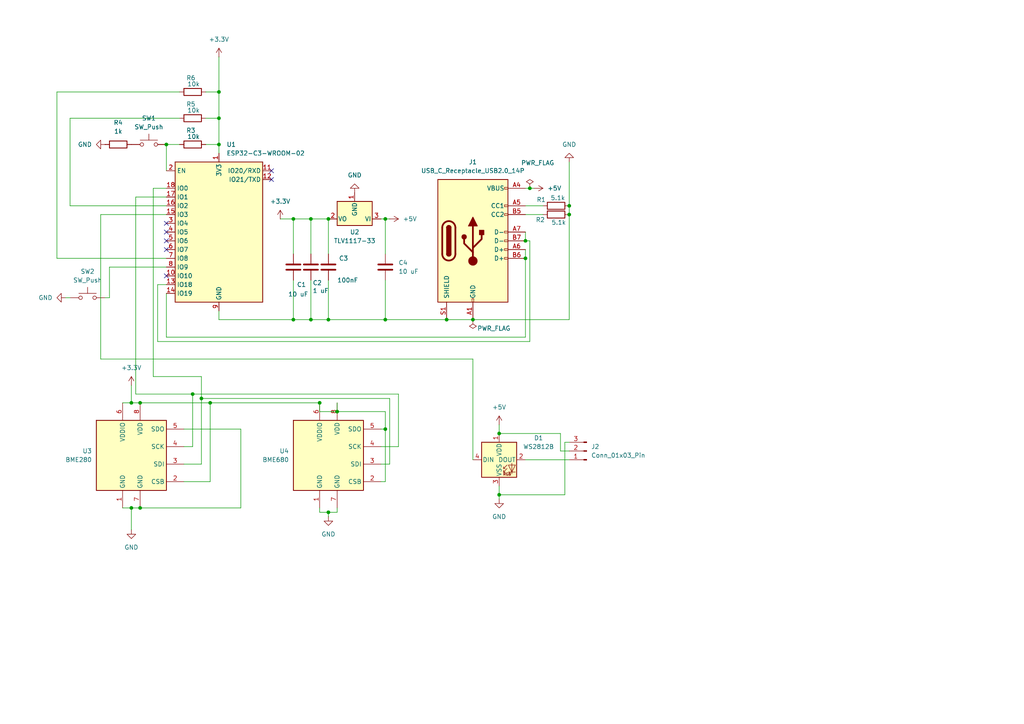
<source format=kicad_sch>
(kicad_sch (version 20231120) (generator "eeschema") (generator_version "8.0")
  (paper "A4")
  (lib_symbols
    (symbol "Connector:Conn_01x03_Pin" (pin_names (offset 1.016) hide)
      (property "Reference" "J" (at 0 5.08 0))
      (property "Value" "Conn_01x03_Pin" (at 0 -5.08 0))
      (symbol "Conn_01x03_Pin_1_1"
        (polyline (pts (xy 1.27 -2.54) (xy 0.8636 -2.54)) (stroke (width 0.1524)))
        (polyline (pts (xy 1.27 0) (xy 0.8636 0)) (stroke (width 0.1524)))
        (polyline (pts (xy 1.27 2.54) (xy 0.8636 2.54)) (stroke (width 0.1524)))
        (rectangle (start 0.8636 -2.413) (end 0 -2.667) (stroke (width 0.1524)) (fill (type outline)))
        (rectangle (start 0.8636 0.127) (end 0 -0.127) (stroke (width 0.1524)) (fill (type outline)))
        (rectangle (start 0.8636 2.667) (end 0 2.413) (stroke (width 0.1524)) (fill (type outline)))
        (pin passive line (at 5.08 2.54 180) (length 3.81) (name "Pin_1") (number "1"))
        (pin passive line (at 5.08 0 180) (length 3.81) (name "Pin_2") (number "2"))
        (pin passive line (at 5.08 -2.54 180) (length 3.81) (name "Pin_3") (number "3"))
      )
    )
    (symbol "Connector:USB_C_Receptacle_USB2.0_14P" (pin_names (offset 1.016))
      (property "Reference" "J" (at 0 22.225 0))
      (property "Value" "USB_C_Receptacle_USB2.0_14P" (at 0 19.685 0))
      (symbol "USB_C_Receptacle_USB2.0_14P_0_0"
        (rectangle (start -0.254 -17.78) (end 0.254 -16.764))
        (rectangle (start 10.16 -4.826) (end 9.144 -5.334))
        (rectangle (start 10.16 -2.286) (end 9.144 -2.794))
        (rectangle (start 10.16 0.254) (end 9.144 -0.254))
        (rectangle (start 10.16 2.794) (end 9.144 2.286))
        (rectangle (start 10.16 7.874) (end 9.144 7.366))
        (rectangle (start 10.16 10.414) (end 9.144 9.906))
        (rectangle (start 10.16 15.494) (end 9.144 14.986))
      )
      (symbol "USB_C_Receptacle_USB2.0_14P_0_1"
        (rectangle (start -10.16 17.78) (end 10.16 -17.78) (stroke (width 0.254)) (fill (type background)))
        (arc (start -8.89 -3.81) (mid -6.985 -5.7067) (end -5.08 -3.81) (stroke (width 0.508)))
        (arc (start -7.62 -3.81) (mid -6.985 -4.4423) (end -6.35 -3.81) (stroke (width 0.254)))
        (arc (start -7.62 -3.81) (mid -6.985 -4.4423) (end -6.35 -3.81) (stroke (width 0.254)) (fill (type outline)))
        (rectangle (start -7.62 -3.81) (end -6.35 3.81) (stroke (width 0.254)) (fill (type outline)))
        (arc (start -6.35 3.81) (mid -6.985 4.4423) (end -7.62 3.81) (stroke (width 0.254)))
        (arc (start -6.35 3.81) (mid -6.985 4.4423) (end -7.62 3.81) (stroke (width 0.254)) (fill (type outline)))
        (arc (start -5.08 3.81) (mid -6.985 5.7067) (end -8.89 3.81) (stroke (width 0.508)))
        (circle (center -2.54 1.143) (radius 0.635) (stroke (width 0.254)) (fill (type outline)))
        (circle (center 0 -5.842) (radius 1.27) (fill (type outline)))
        (polyline (pts (xy -8.89 -3.81) (xy -8.89 3.81)) (stroke (width 0.508)))
        (polyline (pts (xy -5.08 3.81) (xy -5.08 -3.81)) (stroke (width 0.508)))
        (polyline (pts (xy 0 -5.842) (xy 0 4.318)) (stroke (width 0.508)))
        (polyline (pts (xy 0 -3.302) (xy -2.54 -0.762) (xy -2.54 0.508)) (stroke (width 0.508)))
        (polyline (pts (xy 0 -2.032) (xy 2.54 0.508) (xy 2.54 1.778)) (stroke (width 0.508)))
        (polyline (pts (xy -1.27 4.318) (xy 0 6.858) (xy 1.27 4.318) (xy -1.27 4.318)) (stroke (width 0.254)) (fill (type outline)))
        (rectangle (start 1.905 1.778) (end 3.175 3.048) (stroke (width 0.254)) (fill (type outline)))
      )
      (symbol "USB_C_Receptacle_USB2.0_14P_1_1"
        (pin passive line (at 0 -22.86 90) (length 5.08) (name "GND") (number "A1"))
        (pin passive line (at 0 -22.86 90) (length 5.08) hide (name "GND") (number "A12"))
        (pin passive line (at 15.24 15.24 180) (length 5.08) (name "VBUS") (number "A4"))
        (pin bidirectional line (at 15.24 10.16 180) (length 5.08) (name "CC1") (number "A5"))
        (pin bidirectional line (at 15.24 -2.54 180) (length 5.08) (name "D+") (number "A6"))
        (pin bidirectional line (at 15.24 2.54 180) (length 5.08) (name "D-") (number "A7"))
        (pin passive line (at 15.24 15.24 180) (length 5.08) hide (name "VBUS") (number "A9"))
        (pin passive line (at 0 -22.86 90) (length 5.08) hide (name "GND") (number "B1"))
        (pin passive line (at 0 -22.86 90) (length 5.08) hide (name "GND") (number "B12"))
        (pin passive line (at 15.24 15.24 180) (length 5.08) hide (name "VBUS") (number "B4"))
        (pin bidirectional line (at 15.24 7.62 180) (length 5.08) (name "CC2") (number "B5"))
        (pin bidirectional line (at 15.24 -5.08 180) (length 5.08) (name "D+") (number "B6"))
        (pin bidirectional line (at 15.24 0 180) (length 5.08) (name "D-") (number "B7"))
        (pin passive line (at 15.24 15.24 180) (length 5.08) hide (name "VBUS") (number "B9"))
        (pin passive line (at -7.62 -22.86 90) (length 5.08) (name "SHIELD") (number "S1"))
      )
    )
    (symbol "Device:C" (pin_numbers hide) (pin_names (offset 0.254))
      (property "Reference" "C" (at 0.635 2.54 0))
      (property "Value" "C" (at 0.635 -2.54 0))
      (symbol "C_0_1"
        (polyline (pts (xy -2.032 -0.762) (xy 2.032 -0.762)) (stroke (width 0.508)))
        (polyline (pts (xy -2.032 0.762) (xy 2.032 0.762)) (stroke (width 0.508)))
      )
      (symbol "C_1_1"
        (pin passive line (at 0 3.81 270) (length 2.794) (name "~") (number "1"))
        (pin passive line (at 0 -3.81 90) (length 2.794) (name "~") (number "2"))
      )
    )
    (symbol "Device:R" (pin_numbers hide) (pin_names (offset 0))
      (property "Reference" "R" (at 2.032 0 90))
      (property "Value" "R" (at 0 0 90))
      (symbol "R_0_1"
        (rectangle (start -1.016 -2.54) (end 1.016 2.54) (stroke (width 0.254)))
      )
      (symbol "R_1_1"
        (pin passive line (at 0 3.81 270) (length 1.27) (name "~") (number "1"))
        (pin passive line (at 0 -3.81 90) (length 1.27) (name "~") (number "2"))
      )
    )
    (symbol "LED:WS2812B" (pin_names (offset 0.254))
      (property "Reference" "D" (at 5.08 5.715 0))
      (property "Value" "WS2812B" (at 1.27 -5.715 0))
      (symbol "WS2812B_0_0"
        (text "RGB" (at 2.286 -4.191 0) (effects (font (size 0.762 0.762))))
      )
      (symbol "WS2812B_0_1"
        (polyline (pts (xy 1.27 -3.556) (xy 1.778 -3.556)))
        (polyline (pts (xy 1.27 -2.54) (xy 1.778 -2.54)))
        (polyline (pts (xy 4.699 -3.556) (xy 2.667 -3.556)))
        (polyline (pts (xy 2.286 -2.54) (xy 1.27 -3.556) (xy 1.27 -3.048)))
        (polyline (pts (xy 2.286 -1.524) (xy 1.27 -2.54) (xy 1.27 -2.032)))
        (polyline (pts (xy 3.683 -1.016) (xy 3.683 -3.556) (xy 3.683 -4.064)))
        (polyline (pts (xy 4.699 -1.524) (xy 2.667 -1.524) (xy 3.683 -3.556) (xy 4.699 -1.524)))
        (rectangle (start 5.08 5.08) (end -5.08 -5.08) (stroke (width 0.254)) (fill (type background)))
      )
      (symbol "WS2812B_1_1"
        (pin power_in line (at 0 7.62 270) (length 2.54) (name "VDD") (number "1"))
        (pin output line (at 7.62 0 180) (length 2.54) (name "DOUT") (number "2"))
        (pin power_in line (at 0 -7.62 90) (length 2.54) (name "VSS") (number "3"))
        (pin input line (at -7.62 0 0) (length 2.54) (name "DIN") (number "4"))
      )
    )
    (symbol "RF_Module:ESP32-C3-WROOM-02"
      (property "Reference" "U" (at -12.192 21.336 0))
      (property "Value" "ESP32-C3-WROOM-02" (at 12.192 21.336 0))
      (symbol "ESP32-C3-WROOM-02_1_1"
        (rectangle (start -12.7 20.32) (end 12.7 -20.32) (stroke (width 0.254)) (fill (type background)))
        (pin power_in line (at 0 22.86 270) (length 2.54) (name "3V3") (number "1"))
        (pin bidirectional line (at -15.24 -12.7 0) (length 2.54) (name "IO10") (number "10"))
        (pin bidirectional line (at 15.24 17.78 180) (length 2.54) (name "IO20/RXD") (number "11"))
        (pin bidirectional line (at 15.24 15.24 180) (length 2.54) (name "IO21/TXD") (number "12"))
        (pin bidirectional line (at -15.24 -15.24 0) (length 2.54) (name "IO18") (number "13"))
        (pin bidirectional line (at -15.24 -17.78 0) (length 2.54) (name "IO19") (number "14"))
        (pin bidirectional line (at -15.24 5.08 0) (length 2.54) (name "IO3") (number "15"))
        (pin bidirectional line (at -15.24 7.62 0) (length 2.54) (name "IO2") (number "16"))
        (pin bidirectional line (at -15.24 10.16 0) (length 2.54) (name "IO1") (number "17"))
        (pin bidirectional line (at -15.24 12.7 0) (length 2.54) (name "IO0") (number "18"))
        (pin passive line (at 0 -22.86 90) (length 2.54) hide (name "GND") (number "19"))
        (pin input line (at -15.24 17.78 0) (length 2.54) (name "EN") (number "2"))
        (pin bidirectional line (at -15.24 2.54 0) (length 2.54) (name "IO4") (number "3"))
        (pin bidirectional line (at -15.24 0 0) (length 2.54) (name "IO5") (number "4"))
        (pin bidirectional line (at -15.24 -2.54 0) (length 2.54) (name "IO6") (number "5"))
        (pin bidirectional line (at -15.24 -5.08 0) (length 2.54) (name "IO7") (number "6"))
        (pin bidirectional line (at -15.24 -7.62 0) (length 2.54) (name "IO8") (number "7"))
        (pin bidirectional line (at -15.24 -10.16 0) (length 2.54) (name "IO9") (number "8"))
        (pin power_in line (at 0 -22.86 90) (length 2.54) (name "GND") (number "9"))
      )
    )
    (symbol "Regulator_Linear:TLV1117-33" (pin_names (offset 0.254))
      (property "Reference" "U" (at -3.81 3.175 0))
      (property "Value" "TLV1117-33" (at 0 3.175 0))
      (symbol "TLV1117-33_0_1"
        (rectangle (start -5.08 -5.08) (end 5.08 1.905) (stroke (width 0.254)) (fill (type background)))
      )
      (symbol "TLV1117-33_1_1"
        (pin power_in line (at 0 -7.62 90) (length 2.54) (name "GND") (number "1"))
        (pin power_out line (at 7.62 0 180) (length 2.54) (name "VO") (number "2"))
        (pin power_in line (at -7.62 0 0) (length 2.54) (name "VI") (number "3"))
      )
    )
    (symbol "Sensor:BME280"
      (property "Reference" "U" (at -8.89 11.43 0))
      (property "Value" "BME280" (at 7.62 11.43 0))
      (symbol "BME280_0_1"
        (rectangle (start -10.16 10.16) (end 10.16 -10.16) (stroke (width 0.254)) (fill (type background)))
      )
      (symbol "BME280_1_1"
        (pin power_in line (at -2.54 -15.24 90) (length 5.08) (name "GND") (number "1"))
        (pin input line (at 15.24 -7.62 180) (length 5.08) (name "CSB") (number "2"))
        (pin bidirectional line (at 15.24 -2.54 180) (length 5.08) (name "SDI") (number "3"))
        (pin input line (at 15.24 2.54 180) (length 5.08) (name "SCK") (number "4"))
        (pin bidirectional line (at 15.24 7.62 180) (length 5.08) (name "SDO") (number "5"))
        (pin power_in line (at -2.54 15.24 270) (length 5.08) (name "VDDIO") (number "6"))
        (pin power_in line (at 2.54 -15.24 90) (length 5.08) (name "GND") (number "7"))
        (pin power_in line (at 2.54 15.24 270) (length 5.08) (name "VDD") (number "8"))
      )
    )
    (symbol "Sensor:BME680"
      (property "Reference" "U" (at -8.89 11.43 0))
      (property "Value" "BME680" (at 7.62 11.43 0))
      (symbol "BME680_0_1"
        (rectangle (start -10.16 10.16) (end 10.16 -10.16) (stroke (width 0.254)) (fill (type background)))
      )
      (symbol "BME680_1_1"
        (pin power_in line (at -2.54 -15.24 90) (length 5.08) (name "GND") (number "1"))
        (pin input line (at 15.24 -7.62 180) (length 5.08) (name "CSB") (number "2"))
        (pin bidirectional line (at 15.24 -2.54 180) (length 5.08) (name "SDI") (number "3"))
        (pin input line (at 15.24 2.54 180) (length 5.08) (name "SCK") (number "4"))
        (pin bidirectional line (at 15.24 7.62 180) (length 5.08) (name "SDO") (number "5"))
        (pin power_in line (at -2.54 15.24 270) (length 5.08) (name "VDDIO") (number "6"))
        (pin power_in line (at 2.54 -15.24 90) (length 5.08) (name "GND") (number "7"))
        (pin power_in line (at 2.54 15.24 270) (length 5.08) (name "VDD") (number "8"))
      )
    )
    (symbol "Switch:SW_Push" (pin_numbers hide) (pin_names (offset 1.016) hide)
      (property "Reference" "SW" (at 1.27 2.54 0))
      (property "Value" "SW_Push" (at 0 -1.524 0))
      (symbol "SW_Push_0_1"
        (circle (center -2.032 0) (radius 0.508))
        (polyline (pts (xy 0 1.27) (xy 0 3.048)))
        (polyline (pts (xy 2.54 1.27) (xy -2.54 1.27)))
        (circle (center 2.032 0) (radius 0.508))
        (pin passive line (at -5.08 0 0) (length 2.54) (name "1") (number "1"))
        (pin passive line (at 5.08 0 180) (length 2.54) (name "2") (number "2"))
      )
    )
    (symbol "power:+3.3V" (power) (pin_numbers hide) (pin_names (offset 0) hide)
      (property "Value" "+3.3V" (at 0 3.556 0))
      (symbol "+3.3V_0_1"
        (polyline (pts (xy -0.762 1.27) (xy 0 2.54)))
        (polyline (pts (xy 0 0) (xy 0 2.54)))
        (polyline (pts (xy 0 2.54) (xy 0.762 1.27)))
      )
      (symbol "+3.3V_1_1"
        (pin power_in line (at 0 0 90) (length 0) (name "~") (number "1"))
      )
    )
    (symbol "power:+5V" (power) (pin_numbers hide) (pin_names (offset 0) hide)
      (property "Value" "+5V" (at 0 3.556 0))
      (symbol "+5V_0_1"
        (polyline (pts (xy -0.762 1.27) (xy 0 2.54)))
        (polyline (pts (xy 0 0) (xy 0 2.54)))
        (polyline (pts (xy 0 2.54) (xy 0.762 1.27)))
      )
      (symbol "+5V_1_1"
        (pin power_in line (at 0 0 90) (length 0) (name "~") (number "1"))
      )
    )
    (symbol "power:GND" (power) (pin_numbers hide) (pin_names (offset 0) hide)
      (property "Value" "GND" (at 0 -3.81 0))
      (symbol "GND_0_1"
        (polyline (pts (xy 0 0) (xy 0 -1.27) (xy 1.27 -1.27) (xy 0 -2.54) (xy -1.27 -1.27) (xy 0 -1.27)))
      )
      (symbol "GND_1_1"
        (pin power_in line (at 0 0 270) (length 0) (name "~") (number "1"))
      )
    )
    (symbol "power:PWR_FLAG" (power) (pin_numbers hide) (pin_names (offset 0) hide)
      (property "Value" "PWR_FLAG" (at 0 3.81 0))
      (symbol "PWR_FLAG_0_0"
        (pin power_out line (at 0 0 90) (length 0) (name "~") (number "1"))
      )
      (symbol "PWR_FLAG_0_1"
        (polyline (pts (xy 0 0) (xy 0 1.27) (xy -1.016 1.905) (xy 0 2.54) (xy 1.016 1.905) (xy 0 1.27)))
      )
    )
  )
  (junction (at 85.09 92.71))
  (junction (at 63.5 41.91))
  (junction (at 144.78 125.73))
  (junction (at 111.76 124.46))
  (junction (at 95.25 148.59))
  (junction (at 111.76 63.5))
  (junction (at 152.4 69.85))
  (junction (at 92.71 116.84))
  (junction (at 90.17 92.71))
  (junction (at 55.88 114.3))
  (junction (at 63.5 34.29))
  (junction (at 111.76 92.71))
  (junction (at 165.1 62.23))
  (junction (at 90.17 63.5))
  (junction (at 58.42 115.57))
  (junction (at 95.25 92.71))
  (junction (at 97.79 119.38))
  (junction (at 152.4 74.93))
  (junction (at 144.78 143.51))
  (junction (at 129.54 92.71))
  (junction (at 153.67 54.61))
  (junction (at 40.64 116.84))
  (junction (at 40.64 147.32))
  (junction (at 95.25 63.5))
  (junction (at 38.1 116.84))
  (junction (at 38.1 147.32))
  (junction (at 48.26 41.91))
  (junction (at 165.1 59.69))
  (junction (at 137.16 92.71))
  (junction (at 63.5 26.67))
  (junction (at 85.09 63.5))
  (junction (at 60.96 116.84))
  (no_connect (at 48.26 72.39))
  (no_connect (at 48.26 64.77))
  (no_connect (at 48.26 69.85))
  (no_connect (at 48.26 80.01))
  (no_connect (at 78.74 49.53))
  (no_connect (at 78.74 52.07))
  (no_connect (at 48.26 67.31))
  (wire (pts (xy 111.76 92.71) (xy 129.54 92.71)))
  (wire (pts (xy 38.1 111.76) (xy 38.1 116.84)))
  (wire (pts (xy 59.69 34.29) (xy 63.5 34.29)))
  (wire (pts (xy 137.16 104.14) (xy 137.16 133.35)))
  (wire (pts (xy 97.79 147.32) (xy 97.79 148.59)))
  (wire (pts (xy 95.25 148.59) (xy 95.25 149.86)))
  (wire (pts (xy 29.21 104.14) (xy 137.16 104.14)))
  (wire (pts (xy 85.09 63.5) (xy 85.09 73.66)))
  (wire (pts (xy 113.03 115.57) (xy 113.03 134.62)))
  (wire (pts (xy 137.16 92.71) (xy 165.1 92.71)))
  (wire (pts (xy 58.42 115.57) (xy 113.03 115.57)))
  (wire (pts (xy 60.96 116.84) (xy 92.71 116.84)))
  (wire (pts (xy 152.4 67.31) (xy 152.4 69.85)))
  (wire (pts (xy 85.09 92.71) (xy 90.17 92.71)))
  (wire (pts (xy 90.17 63.5) (xy 95.25 63.5)))
  (wire (pts (xy 92.71 147.32) (xy 92.71 148.59)))
  (wire (pts (xy 111.76 81.28) (xy 111.76 92.71)))
  (wire (pts (xy 52.07 41.91) (xy 48.26 41.91)))
  (wire (pts (xy 31.75 86.36) (xy 31.75 77.47)))
  (wire (pts (xy 97.79 116.84) (xy 97.79 119.38)))
  (wire (pts (xy 92.71 148.59) (xy 95.25 148.59)))
  (wire (pts (xy 144.78 123.19) (xy 144.78 125.73)))
  (wire (pts (xy 153.67 54.61) (xy 152.4 54.61)))
  (wire (pts (xy 31.75 77.47) (xy 48.26 77.47)))
  (wire (pts (xy 95.25 81.28) (xy 95.25 92.71)))
  (wire (pts (xy 59.69 26.67) (xy 63.5 26.67)))
  (wire (pts (xy 16.51 26.67) (xy 16.51 74.93)))
  (wire (pts (xy 69.85 124.46) (xy 69.85 147.32)))
  (wire (pts (xy 38.1 147.32) (xy 40.64 147.32)))
  (wire (pts (xy 165.1 59.69) (xy 165.1 62.23)))
  (wire (pts (xy 85.09 63.5) (xy 90.17 63.5)))
  (wire (pts (xy 16.51 74.93) (xy 48.26 74.93)))
  (wire (pts (xy 69.85 147.32) (xy 40.64 147.32)))
  (wire (pts (xy 115.57 129.54) (xy 115.57 114.3)))
  (wire (pts (xy 58.42 109.22) (xy 58.42 115.57)))
  (wire (pts (xy 95.25 148.59) (xy 97.79 148.59)))
  (wire (pts (xy 38.1 153.67) (xy 38.1 147.32)))
  (wire (pts (xy 48.26 97.79) (xy 48.26 85.09)))
  (wire (pts (xy 152.4 62.23) (xy 157.48 62.23)))
  (wire (pts (xy 154.94 54.61) (xy 153.67 54.61)))
  (wire (pts (xy 63.5 41.91) (xy 63.5 44.45)))
  (wire (pts (xy 55.88 129.54) (xy 53.34 129.54)))
  (wire (pts (xy 39.37 114.3) (xy 55.88 114.3)))
  (wire (pts (xy 111.76 119.38) (xy 97.79 119.38)))
  (wire (pts (xy 90.17 63.5) (xy 90.17 73.66)))
  (wire (pts (xy 110.49 139.7) (xy 111.76 139.7)))
  (wire (pts (xy 52.07 26.67) (xy 16.51 26.67)))
  (wire (pts (xy 129.54 92.71) (xy 137.16 92.71)))
  (wire (pts (xy 48.26 82.55) (xy 45.72 82.55)))
  (wire (pts (xy 152.4 74.93) (xy 152.4 97.79)))
  (wire (pts (xy 110.49 134.62) (xy 113.03 134.62)))
  (wire (pts (xy 111.76 63.5) (xy 111.76 73.66)))
  (wire (pts (xy 20.32 59.69) (xy 48.26 59.69)))
  (wire (pts (xy 163.83 143.51) (xy 163.83 128.27)))
  (wire (pts (xy 53.34 124.46) (xy 69.85 124.46)))
  (wire (pts (xy 92.71 116.84) (xy 92.71 119.38)))
  (wire (pts (xy 30.48 86.36) (xy 31.75 86.36)))
  (wire (pts (xy 58.42 134.62) (xy 53.34 134.62)))
  (wire (pts (xy 29.21 62.23) (xy 29.21 104.14)))
  (wire (pts (xy 60.96 116.84) (xy 40.64 116.84)))
  (wire (pts (xy 95.25 73.66) (xy 95.25 63.5)))
  (wire (pts (xy 19.05 86.36) (xy 20.32 86.36)))
  (wire (pts (xy 110.49 63.5) (xy 111.76 63.5)))
  (wire (pts (xy 63.5 90.17) (xy 63.5 92.71)))
  (wire (pts (xy 35.56 147.32) (xy 38.1 147.32)))
  (wire (pts (xy 45.72 82.55) (xy 45.72 99.06)))
  (wire (pts (xy 55.88 114.3) (xy 115.57 114.3)))
  (wire (pts (xy 63.5 34.29) (xy 63.5 41.91)))
  (wire (pts (xy 153.67 69.85) (xy 152.4 69.85)))
  (wire (pts (xy 165.1 46.99) (xy 165.1 59.69)))
  (wire (pts (xy 81.28 63.5) (xy 85.09 63.5)))
  (wire (pts (xy 110.49 124.46) (xy 111.76 124.46)))
  (wire (pts (xy 63.5 92.71) (xy 85.09 92.71)))
  (wire (pts (xy 111.76 139.7) (xy 111.76 124.46)))
  (wire (pts (xy 152.4 97.79) (xy 48.26 97.79)))
  (wire (pts (xy 153.67 99.06) (xy 153.67 69.85)))
  (wire (pts (xy 63.5 16.51) (xy 63.5 26.67)))
  (wire (pts (xy 63.5 26.67) (xy 63.5 34.29)))
  (wire (pts (xy 95.25 92.71) (xy 111.76 92.71)))
  (wire (pts (xy 162.56 130.81) (xy 165.1 130.81)))
  (wire (pts (xy 85.09 81.28) (xy 85.09 92.71)))
  (wire (pts (xy 48.26 57.15) (xy 39.37 57.15)))
  (wire (pts (xy 110.49 129.54) (xy 115.57 129.54)))
  (wire (pts (xy 44.45 54.61) (xy 44.45 109.22)))
  (wire (pts (xy 48.26 41.91) (xy 48.26 49.53)))
  (wire (pts (xy 163.83 128.27) (xy 165.1 128.27)))
  (wire (pts (xy 152.4 72.39) (xy 152.4 74.93)))
  (wire (pts (xy 144.78 125.73) (xy 162.56 125.73)))
  (wire (pts (xy 90.17 81.28) (xy 90.17 92.71)))
  (wire (pts (xy 44.45 109.22) (xy 58.42 109.22)))
  (wire (pts (xy 97.79 119.38) (xy 92.71 119.38)))
  (wire (pts (xy 144.78 144.78) (xy 144.78 143.51)))
  (wire (pts (xy 39.37 57.15) (xy 39.37 114.3)))
  (wire (pts (xy 59.69 41.91) (xy 63.5 41.91)))
  (wire (pts (xy 144.78 143.51) (xy 144.78 140.97)))
  (wire (pts (xy 53.34 139.7) (xy 60.96 139.7)))
  (wire (pts (xy 144.78 143.51) (xy 163.83 143.51)))
  (wire (pts (xy 55.88 114.3) (xy 55.88 129.54)))
  (wire (pts (xy 152.4 133.35) (xy 165.1 133.35)))
  (wire (pts (xy 38.1 116.84) (xy 40.64 116.84)))
  (wire (pts (xy 152.4 59.69) (xy 157.48 59.69)))
  (wire (pts (xy 38.1 116.84) (xy 35.56 116.84)))
  (wire (pts (xy 165.1 92.71) (xy 165.1 62.23)))
  (wire (pts (xy 111.76 124.46) (xy 111.76 119.38)))
  (wire (pts (xy 90.17 92.71) (xy 95.25 92.71)))
  (wire (pts (xy 162.56 125.73) (xy 162.56 130.81)))
  (wire (pts (xy 58.42 115.57) (xy 58.42 134.62)))
  (wire (pts (xy 45.72 99.06) (xy 153.67 99.06)))
  (wire (pts (xy 48.26 54.61) (xy 44.45 54.61)))
  (wire (pts (xy 52.07 34.29) (xy 20.32 34.29)))
  (wire (pts (xy 111.76 63.5) (xy 113.03 63.5)))
  (wire (pts (xy 60.96 139.7) (xy 60.96 116.84)))
  (wire (pts (xy 20.32 34.29) (xy 20.32 59.69)))
  (wire (pts (xy 48.26 62.23) (xy 29.21 62.23)))
  (symbol (lib_id "Device:R") (at 55.88 41.91 90) (unit 1)
    (property "Reference" "R3" (at 55.372 37.846 90))
    (property "Value" "10k" (at 56.134 39.624 90))
    (property "Footprint" "Resistor_SMD:R_0603_1608Metric_Pad0.98x0.95mm_HandSolder" (effects (hide yes)))
    (property "Description" "Resistor" (effects (hide yes)))
    (property "LCSC" "C25804" (effects (hide yes)))
  )
  (symbol (lib_id "Device:R") (at 55.88 26.67 90) (unit 1)
    (property "Reference" "R6" (at 55.372 22.606 90))
    (property "Value" "10k" (at 56.134 24.384 90))
    (property "Footprint" "Resistor_SMD:R_0603_1608Metric_Pad0.98x0.95mm_HandSolder" (effects (hide yes)))
    (property "Description" "Resistor" (effects (hide yes)))
    (property "LCSC" "C25804" (effects (hide yes)))
  )
  (symbol (lib_id "Connector:Conn_01x03_Pin") (at 170.18 130.81 180) (unit 1)
    (property "Reference" "J2" (at 171.45 129.5399 0) (effects (justify right)))
    (property "Value" "Conn_01x03_Pin" (at 171.45 132.0799 0) (effects (justify right)))
    (property "Footprint" "Connector_PinSocket_2.54mm:PinSocket_1x03_P2.54mm_Vertical_SMD_Pin1Left" (effects (hide yes)))
    (property "Description" "Generic connector, single row, 01x03, script generated" (effects (hide yes)))
  )
  (symbol (lib_id "power:+5V") (at 144.78 123.19 0) (unit 1)
    (property "Reference" "#PWR012" (effects (hide yes)))
    (property "Value" "+5V" (at 144.78 118.11 0))
    (property "Description" "Power symbol creates a global label with name \"+5V\"" (effects (hide yes)))
  )
  (symbol (lib_id "RF_Module:ESP32-C3-WROOM-02") (at 63.5 67.31 0) (unit 1)
    (property "Reference" "U1" (at 65.6941 41.91 0) (effects (justify left)))
    (property "Value" "ESP32-C3-WROOM-02" (at 65.6941 44.45 0) (effects (justify left)))
    (property "Footprint" "RF_Module:ESP32-C3-WROOM-02" (effects (hide yes)))
    (property "Datasheet" "https://www.espressif.com/sites/default/files/documentation/esp32-c3-wroom-02_datasheet_en.pdf" (effects (hide yes)))
    (property "Description" "802.11 b/g/n Wi­Fi and Bluetooth 5 module, ESP32­C3 SoC, RISC­V microprocessor, On-board antenna" (effects (hide yes)))
  )
  (symbol (lib_id "Device:C") (at 95.25 77.47 0) (unit 1)
    (property "Reference" "C3" (at 98.298 74.93 0) (effects (justify left)))
    (property "Value" "100nF" (at 97.79 81.28 0) (effects (justify left)))
    (property "Footprint" "Capacitor_SMD:C_0603_1608Metric_Pad1.08x0.95mm_HandSolder" (effects (hide yes)))
    (property "Description" "Unpolarized capacitor" (effects (hide yes)))
    (property "LCSC" "C14663" (effects (hide yes)))
  )
  (symbol (lib_id "power:GND") (at 19.05 86.36 270) (unit 1)
    (property "Reference" "#PWR08" (effects (hide yes)))
    (property "Value" "GND" (at 15.24 86.3599 90) (effects (justify right)))
    (property "Description" "Power symbol creates a global label with name \"GND\" , ground" (effects (hide yes)))
  )
  (symbol (lib_id "Device:C") (at 85.09 77.47 0) (unit 1)
    (property "Reference" "C1" (at 86.106 82.55 0) (effects (justify left)))
    (property "Value" "10 uF" (at 83.566 85.344 0) (effects (justify left)))
    (property "Footprint" "Capacitor_SMD:C_0603_1608Metric_Pad1.08x0.95mm_HandSolder" (effects (hide yes)))
    (property "Description" "Unpolarized capacitor" (effects (hide yes)))
    (property "LCSC" "C85713" (effects (hide yes)))
  )
  (symbol (lib_id "power:GND") (at 165.1 46.99 180) (unit 1)
    (property "Reference" "#PWR01" (effects (hide yes)))
    (property "Value" "GND" (at 165.1 41.91 0))
    (property "Description" "Power symbol creates a global label with name \"GND\" , ground" (effects (hide yes)))
  )
  (symbol (lib_id "Device:R") (at 55.88 34.29 90) (unit 1)
    (property "Reference" "R5" (at 55.372 30.226 90))
    (property "Value" "10k" (at 56.134 32.004 90))
    (property "Footprint" "Resistor_SMD:R_0603_1608Metric_Pad0.98x0.95mm_HandSolder" (effects (hide yes)))
    (property "Description" "Resistor" (effects (hide yes)))
    (property "LCSC" "C25804" (effects (hide yes)))
  )
  (symbol (lib_id "Device:R") (at 161.29 59.69 90) (unit 1)
    (property "Reference" "R1" (at 156.972 57.912 90))
    (property "Value" "5.1k" (at 161.798 57.404 90))
    (property "Footprint" "Resistor_SMD:R_0603_1608Metric_Pad0.98x0.95mm_HandSolder" (effects (hide yes)))
    (property "Description" "Resistor" (effects (hide yes)))
    (property "LCSC" "C23186" (effects (hide yes)))
  )
  (symbol (lib_id "power:+3.3V") (at 38.1 111.76 0) (unit 1)
    (property "Reference" "#PWR09" (effects (hide yes)))
    (property "Value" "+3.3V" (at 38.1 106.68 0))
    (property "Description" "Power symbol creates a global label with name \"+3.3V\"" (effects (hide yes)))
  )
  (symbol (lib_id "Sensor:BME680") (at 95.25 132.08 0) (unit 1)
    (property "Reference" "U4" (at 83.82 130.8099 0) (effects (justify right)))
    (property "Value" "BME680" (at 83.82 133.3499 0) (effects (justify right)))
    (property "Footprint" "Package_LGA:Bosch_LGA-8_3x3mm_P0.8mm_ClockwisePinNumbering" (effects (hide yes)))
    (property "Datasheet" "https://ae-bst.resource.bosch.com/media/_tech/media/datasheets/BST-BME680-DS001.pdf" (effects (hide yes)))
    (property "Description" "4-in-1 sensor, gas, humidity, pressure, temperature, I2C and SPI interface, 1.71-3.6V, LGA-8" (effects (hide yes)))
  )
  (symbol (lib_id "power:+5V") (at 113.03 63.5 270) (unit 1)
    (property "Reference" "#PWR03" (effects (hide yes)))
    (property "Value" "+5V" (at 116.84 63.4999 90) (effects (justify left)))
    (property "Description" "Power symbol creates a global label with name \"+5V\"" (effects (hide yes)))
  )
  (symbol (lib_id "power:GND") (at 30.48 41.91 270) (unit 1)
    (property "Reference" "#PWR07" (effects (hide yes)))
    (property "Value" "GND" (at 26.67 41.9099 90) (effects (justify right)))
    (property "Description" "Power symbol creates a global label with name \"GND\" , ground" (effects (hide yes)))
  )
  (symbol (lib_id "Device:R") (at 34.29 41.91 270) (unit 1)
    (property "Reference" "R4" (at 34.29 35.56 90))
    (property "Value" "1k" (at 34.29 38.1 90))
    (property "Footprint" "Resistor_SMD:R_0603_1608Metric_Pad0.98x0.95mm_HandSolder" (effects (hide yes)))
    (property "Description" "Resistor" (effects (hide yes)))
    (property "LCSC" "C2907113" (effects (hide yes)))
  )
  (symbol (lib_id "LED:WS2812B") (at 144.78 133.35 0) (unit 1)
    (property "Reference" "D1" (at 156.21 127.0314 0))
    (property "Value" "WS2812B" (at 156.21 129.5714 0))
    (property "Footprint" "LED_SMD:LED_WS2812B_PLCC4_5.0x5.0mm_P3.2mm" (effects (hide yes)))
    (property "Datasheet" "https://cdn-shop.adafruit.com/datasheets/WS2812B.pdf" (effects (hide yes)))
    (property "Description" "RGB LED with integrated controller" (effects (hide yes)))
    (property "LCSC" "C2874885" (effects (hide yes)))
  )
  (symbol (lib_id "power:+5V") (at 154.94 54.61 270) (unit 1)
    (property "Reference" "#PWR02" (effects (hide yes)))
    (property "Value" "+5V" (at 158.75 54.6099 90) (effects (justify left)))
    (property "Description" "Power symbol creates a global label with name \"+5V\"" (effects (hide yes)))
  )
  (symbol (lib_id "power:PWR_FLAG") (at 153.67 54.61 0) (unit 1)
    (property "Reference" "#FLG01" (effects (hide yes)))
    (property "Value" "PWR_FLAG" (at 155.956 47.244 0))
    (property "Description" "Special symbol for telling ERC where power comes from" (effects (hide yes)))
  )
  (symbol (lib_id "Device:R") (at 161.29 62.23 90) (unit 1)
    (property "Reference" "R2" (at 156.718 63.754 90))
    (property "Value" "5.1k" (at 162.052 64.516 90))
    (property "Footprint" "Resistor_SMD:R_0603_1608Metric_Pad0.98x0.95mm_HandSolder" (effects (hide yes)))
    (property "Description" "Resistor" (effects (hide yes)))
    (property "LCSC" "C23186" (effects (hide yes)))
  )
  (symbol (lib_id "power:GND") (at 95.25 149.86 0) (unit 1)
    (property "Reference" "#PWR011" (effects (hide yes)))
    (property "Value" "GND" (at 95.25 154.94 0))
    (property "Description" "Power symbol creates a global label with name \"GND\" , ground" (effects (hide yes)))
  )
  (symbol (lib_id "Connector:USB_C_Receptacle_USB2.0_14P") (at 137.16 69.85 0) (unit 1)
    (property "Reference" "J1" (at 137.16 46.99 0))
    (property "Value" "USB_C_Receptacle_USB2.0_14P" (at 137.16 49.53 0))
    (property "Footprint" "Connector_USB:USB_C_Receptacle_HRO_TYPE-C-31-M-12" (effects (hide yes)))
    (property "Datasheet" "https://www.usb.org/sites/default/files/documents/usb_type-c.zip" (effects (hide yes)))
    (property "Description" "USB 2.0-only 14P Type-C Receptacle connector" (effects (hide yes)))
    (property "LCSC" "C2765186" (effects (hide yes)))
  )
  (symbol (lib_id "power:+3.3V") (at 63.5 16.51 0) (unit 1)
    (property "Reference" "#PWR06" (effects (hide yes)))
    (property "Value" "+3.3V" (at 63.5 11.43 0))
    (property "Description" "Power symbol creates a global label with name \"+3.3V\"" (effects (hide yes)))
  )
  (symbol (lib_id "Device:C") (at 90.17 77.47 0) (unit 1)
    (property "Reference" "C2" (at 90.678 82.042 0) (effects (justify left)))
    (property "Value" "1 uF" (at 90.678 84.328 0) (effects (justify left)))
    (property "Footprint" "Capacitor_SMD:C_0603_1608Metric_Pad1.08x0.95mm_HandSolder" (effects (hide yes)))
    (property "Description" "Unpolarized capacitor" (effects (hide yes)))
    (property "LCSC" "C6119865" (effects (hide yes)))
  )
  (symbol (lib_id "Device:C") (at 111.76 77.47 0) (unit 1)
    (property "Reference" "C4" (at 115.57 76.1999 0) (effects (justify left)))
    (property "Value" "10 uF" (at 115.57 78.7399 0) (effects (justify left)))
    (property "Footprint" "Capacitor_SMD:C_0603_1608Metric_Pad1.08x0.95mm_HandSolder" (effects (hide yes)))
    (property "Description" "Unpolarized capacitor" (effects (hide yes)))
    (property "LCSC" "C85713" (effects (hide yes)))
  )
  (symbol (lib_id "power:GND") (at 38.1 153.67 0) (unit 1)
    (property "Reference" "#PWR010" (effects (hide yes)))
    (property "Value" "GND" (at 38.1 158.75 0))
    (property "Description" "Power symbol creates a global label with name \"GND\" , ground" (effects (hide yes)))
  )
  (symbol (lib_id "Switch:SW_Push") (at 25.4 86.36 0) (unit 1)
    (property "Reference" "SW2" (at 25.4 78.74 0))
    (property "Value" "SW_Push" (at 25.4 81.28 0))
    (property "Footprint" "Button_Switch_SMD:SW_Push_SPST_NO_Alps_SKRK" (effects (hide yes)))
    (property "Description" "Push button switch, generic, two pins" (effects (hide yes)))
    (property "LCSC" "C2874432" (effects (hide yes)))
  )
  (symbol (lib_id "power:PWR_FLAG") (at 137.16 92.71 180) (unit 1)
    (property "Reference" "#FLG02" (effects (hide yes)))
    (property "Value" "PWR_FLAG" (at 143.256 95.25 0))
    (property "Description" "Special symbol for telling ERC where power comes from" (effects (hide yes)))
  )
  (symbol (lib_id "Sensor:BME280") (at 38.1 132.08 0) (unit 1)
    (property "Reference" "U3" (at 26.67 130.8099 0) (effects (justify right)))
    (property "Value" "BME280" (at 26.67 133.3499 0) (effects (justify right)))
    (property "Footprint" "Package_LGA:Bosch_LGA-8_2.5x2.5mm_P0.65mm_ClockwisePinNumbering" (effects (hide yes)))
    (property "Datasheet" "https://www.bosch-sensortec.com/media/boschsensortec/downloads/datasheets/bst-bme280-ds002.pdf" (effects (hide yes)))
    (property "Description" "3-in-1 sensor, humidity, pressure, temperature, I2C and SPI interface, 1.71-3.6V, LGA-8" (effects (hide yes)))
    (property "MPN" "C92489" (effects (hide yes)))
  )
  (symbol (lib_id "Regulator_Linear:TLV1117-33") (at 102.87 63.5 180) (unit 1)
    (property "Reference" "U2" (at 102.87 67.31 0))
    (property "Value" "TLV1117-33" (at 102.87 69.85 0))
    (property "Footprint" "Package_TO_SOT_SMD:SOT-223-3_TabPin2" (effects (hide yes)))
    (property "Datasheet" "http://www.ti.com/lit/ds/symlink/tlv1117.pdf" (effects (hide yes)))
    (property "Description" "800mA Low-Dropout Linear Regulator, 3.3V fixed output, TO-220/TO-252/TO-263/SOT-223" (effects (hide yes)))
    (property "LCSC Part #" "C91728" (effects (hide yes)))
  )
  (symbol (lib_id "power:GND") (at 144.78 144.78 0) (unit 1)
    (property "Reference" "#PWR013" (effects (hide yes)))
    (property "Value" "GND" (at 144.78 149.86 0))
    (property "Description" "Power symbol creates a global label with name \"GND\" , ground" (effects (hide yes)))
  )
  (symbol (lib_id "power:+3.3V") (at 81.28 63.5 0) (unit 1)
    (property "Reference" "#PWR04" (effects (hide yes)))
    (property "Value" "+3.3V" (at 81.28 58.42 0))
    (property "Description" "Power symbol creates a global label with name \"+3.3V\"" (effects (hide yes)))
  )
  (symbol (lib_id "Switch:SW_Push") (at 43.18 41.91 0) (unit 1)
    (property "Reference" "SW1" (at 43.18 34.29 0))
    (property "Value" "SW_Push" (at 43.18 36.83 0))
    (property "Footprint" "Button_Switch_SMD:SW_Push_SPST_NO_Alps_SKRK" (effects (hide yes)))
    (property "Description" "Push button switch, generic, two pins" (effects (hide yes)))
    (property "LCSC" "C2874432" (effects (hide yes)))
  )
  (symbol (lib_id "power:GND") (at 102.87 55.88 180) (unit 1)
    (property "Reference" "#PWR05" (effects (hide yes)))
    (property "Value" "GND" (at 102.87 50.8 0))
    (property "Description" "Power symbol creates a global label with name \"GND\" , ground" (effects (hide yes)))
  )
)
</source>
